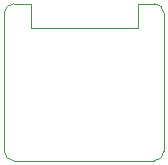
<source format=gm1>
G04 #@! TF.GenerationSoftware,KiCad,Pcbnew,7.0.7*
G04 #@! TF.CreationDate,2023-12-22T11:29:53-08:00*
G04 #@! TF.ProjectId,Micro_AGB_Dongle,4d696372-6f5f-4414-9742-5f446f6e676c,rev?*
G04 #@! TF.SameCoordinates,Original*
G04 #@! TF.FileFunction,Profile,NP*
%FSLAX46Y46*%
G04 Gerber Fmt 4.6, Leading zero omitted, Abs format (unit mm)*
G04 Created by KiCad (PCBNEW 7.0.7) date 2023-12-22 11:29:53*
%MOMM*%
%LPD*%
G01*
G04 APERTURE LIST*
G04 #@! TA.AperFunction,Profile*
%ADD10C,0.050000*%
G04 #@! TD*
G04 APERTURE END LIST*
D10*
X238200000Y-132000000D02*
X226300000Y-132000000D01*
X239000000Y-119500000D02*
G75*
G03*
X238200000Y-118700000I-800000J0D01*
G01*
X238200000Y-132000000D02*
G75*
G03*
X239000000Y-131200000I0J800000D01*
G01*
X225500000Y-119500000D02*
X225500000Y-131200000D01*
X227750000Y-120750000D02*
X227750000Y-118700000D01*
X236800000Y-120750000D02*
X227750000Y-120750000D01*
X226300000Y-118700000D02*
G75*
G03*
X225500000Y-119500000I0J-800000D01*
G01*
X225500000Y-131200000D02*
G75*
G03*
X226300000Y-132000000I800000J0D01*
G01*
X236800000Y-118700000D02*
X238200000Y-118700000D01*
X236800000Y-118700000D02*
X236800000Y-120750000D01*
X227750000Y-118700000D02*
X226300000Y-118700000D01*
X239000000Y-119500000D02*
X239000000Y-131200000D01*
M02*

</source>
